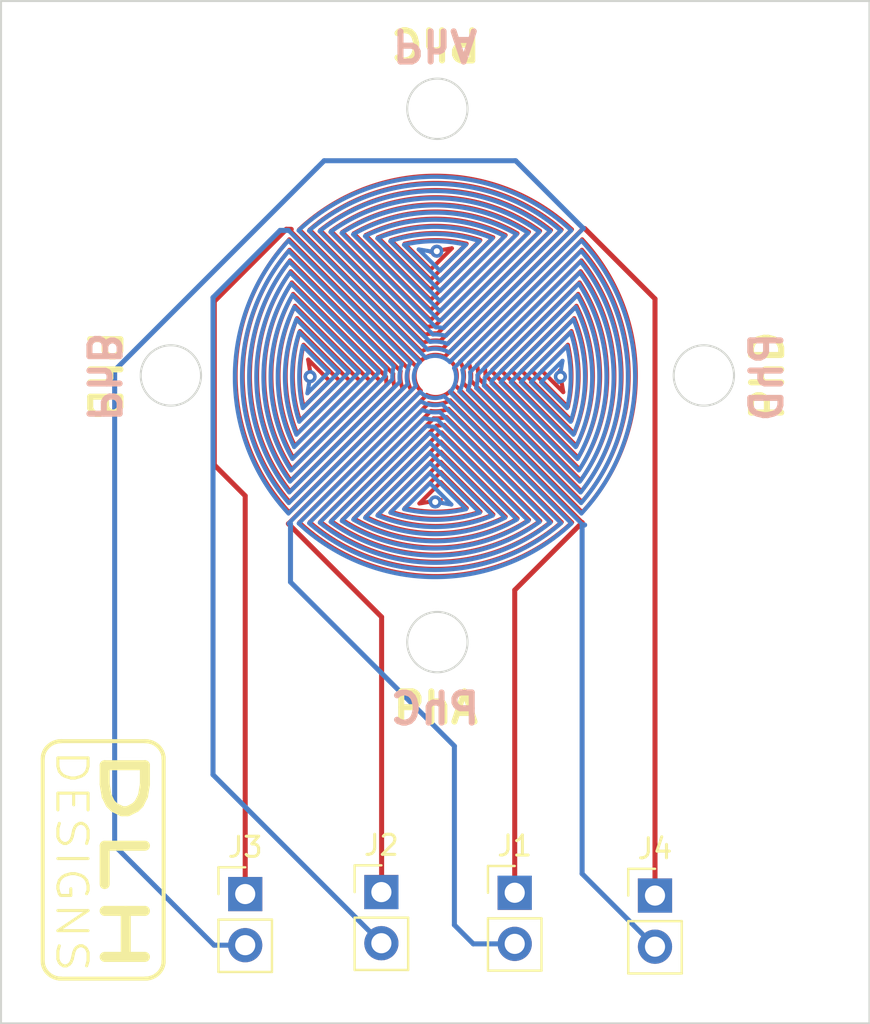
<source format=kicad_pcb>
(kicad_pcb (version 20221018) (generator pcbnew)
  (layers (0 "F.Cu" signal) (31 "B.Cu" signal) (34 "B.Paste" user) (35 "F.Paste" user) (36 "B.SilkS" user "B.Silkscreen") (37 "F.SilkS" user "F.Silkscreen") (38 "B.Mask" user) (39 "F.Mask" user) (44 "Edge.Cuts" user))
  (net 0 "")
  (net 1 "/2 PhA")
  (net 2 "/2 PhB")
  (net 3 "/2 PhC")
  (net 4 "/2 PhD")
  (footprint "Connector_PinHeader_2.54mm:PinHeader_1x02_P2.54mm_Vertical" (layer "F.Cu") (at 37.986052 76.188129)
    (fp_text reference "J3" (at 0 -2.33) (layer "F.SilkS"))
    (fp_text value "PhC")
    (pad "1" thru_hole rect (at 0 0) (size 1.7 1.7) (drill 1) (layers "*.Cu" "*.Mask") (net 3 "/2 PhC"))
    (pad "2" thru_hole oval (at 0 2.54) (size 1.7 1.7) (drill 1) (layers "*.Cu" "*.Mask") (net 3 "/2 PhC"))
  )
  (footprint "Connector_PinHeader_2.54mm:PinHeader_1x02_P2.54mm_Vertical" (layer "F.Cu") (at 51.386052 76.123129)
    (fp_text reference "J1" (at 0 -2.33) (layer "F.SilkS"))
    (fp_text value "PhA")
    (pad "1" thru_hole rect (at 0 0) (size 1.7 1.7) (drill 1) (layers "*.Cu" "*.Mask") (net 1 "/2 PhA"))
    (pad "2" thru_hole oval (at 0 2.54) (size 1.7 1.7) (drill 1) (layers "*.Cu" "*.Mask") (net 1 "/2 PhA"))
  )
  (footprint "Connector_PinHeader_2.54mm:PinHeader_1x02_P2.54mm_Vertical" (layer "F.Cu") (at 44.756885 76.090187)
    (fp_text reference "J2" (at 0 -2.33) (layer "F.SilkS"))
    (fp_text value "PhB")
    (pad "1" thru_hole rect (at 0 0) (size 1.7 1.7) (drill 1) (layers "*.Cu" "*.Mask") (net 2 "/2 PhB"))
    (pad "2" thru_hole oval (at 0 2.54) (size 1.7 1.7) (drill 1) (layers "*.Cu" "*.Mask") (net 2 "/2 PhB"))
  )
  (footprint "Connector_PinHeader_2.54mm:PinHeader_1x02_P2.54mm_Vertical" (layer "F.Cu") (at 58.361052 76.263129)
    (fp_text reference "J4" (at 0 -2.33) (layer "F.SilkS"))
    (fp_text value "PhD")
    (pad "1" thru_hole rect (at 0 0) (size 1.7 1.7) (drill 1) (layers "*.Cu" "*.Mask") (net 4 "/2 PhD"))
    (pad "2" thru_hole oval (at 0 2.54) (size 1.7 1.7) (drill 1) (layers "*.Cu" "*.Mask") (net 4 "/2 PhD"))
  )
  (gr_line (start 33.719297 68.909507) (end 33.746787 68.942701) (stroke (width 0.198742)) (layer "F.SilkS"))
  (gr_line (start 33.522498 80.240933) (end 33.48493 80.26379) (stroke (width 0.198742)) (layer "F.SilkS"))
  (gr_line (start 33.62738 80.16273) (end 33.593781 80.19035) (stroke (width 0.198742)) (layer "F.SilkS"))
  (gr_line (start 28.255222 68.790394) (end 28.290202 68.76431) (stroke (width 0.198742)) (layer "F.SilkS"))
  (gr_line (start 28.076401 68.977151) (end 28.102214 68.942702) (stroke (width 0.198742)) (layer "F.SilkS"))
  (gr_line (start 27.918262 69.46844) (end 27.918262 69.46844) (stroke (width 0.198742)) (layer "F.SilkS"))
  (gr_line (start 33.930741 69.468441) (end 33.930741 69.468441) (stroke (width 0.198742)) (layer "F.SilkS"))
  (gr_line (start 28.568863 80.351496) (end 28.525838 80.337682) (stroke (width 0.198742)) (layer "F.SilkS"))
  (gr_line (start 33.323165 80.337682) (end 33.280139 80.351496) (stroke (width 0.198742)) (layer "F.SilkS"))
  (gr_line (start 28.844209 68.589744) (end 33.004792 68.589745) (stroke (width 0.198742)) (layer "F.SilkS"))
  (gr_line (start 27.991028 79.854331) (end 27.974451 79.81443) (stroke (width 0.198742)) (layer "F.SilkS"))
  (gr_line (start 28.364073 80.263788) (end 28.326504 80.240933) (stroke (width 0.198742)) (layer "F.SilkS"))
  (gr_line (start 33.796686 69.012804) (end 33.818983 69.0496) (stroke (width 0.198742)) (layer "F.SilkS"))
  (gr_line (start 33.796688 79.967938) (end 33.772602 80.00359) (stroke (width 0.198742)) (layer "F.SilkS"))
  (gr_line (start 33.004792 68.589745) (end 33.052441 68.590887) (stroke (width 0.198742)) (layer "F.SilkS"))
  (gr_line (start 33.236203 68.617407) (end 33.280142 68.629246) (stroke (width 0.198742)) (layer "F.SilkS"))
  (gr_line (start 28.255221 80.190348) (end 28.221626 80.162732) (stroke (width 0.198742)) (layer "F.SilkS"))
  (gr_line (start 28.009571 79.893256) (end 27.991028 79.854331) (stroke (width 0.198742)) (layer "F.SilkS"))
  (gr_line (start 27.937075 69.291354) (end 27.947413 69.248841) (stroke (width 0.198742)) (layer "F.SilkS"))
  (gr_line (start 33.558802 68.764309) (end 33.59378 68.790395) (stroke (width 0.198742)) (layer "F.SilkS"))
  (gr_line (start 33.446153 68.695798) (end 33.48493 68.716956) (stroke (width 0.198742)) (layer "F.SilkS"))
  (gr_line (start 27.918265 79.512301) (end 27.918265 79.512301) (stroke (width 0.198742)) (layer "F.SilkS"))
  (gr_line (start 33.48493 68.716956) (end 33.522499 68.739812) (stroke (width 0.198742)) (layer "F.SilkS"))
  (gr_line (start 27.919468 69.423223) (end 27.923042 69.378599) (stroke (width 0.198742)) (layer "F.SilkS"))
  (gr_line (start 33.558802 80.216435) (end 33.522498 80.240933) (stroke (width 0.198742)) (layer "F.SilkS"))
  (gr_line (start 33.930741 69.468441) (end 33.930741 69.468441) (stroke (width 0.198742)) (layer "F.SilkS"))
  (gr_line (start 33.901588 69.248842) (end 33.911929 69.291352) (stroke (width 0.198742)) (layer "F.SilkS"))
  (gr_line (start 33.83943 69.087488) (end 33.857972 69.126412) (stroke (width 0.198742)) (layer "F.SilkS"))
  (gr_line (start 33.004792 80.391) (end 33.004792 80.391) (stroke (width 0.198742)) (layer "F.SilkS"))
  (gr_line (start 33.593781 80.19035) (end 33.558802 80.216435) (stroke (width 0.198742)) (layer "F.SilkS"))
  (gr_line (start 27.928933 69.334624) (end 27.937075 69.291354) (stroke (width 0.198742)) (layer "F.SilkS"))
  (gr_line (start 33.839431 79.893255) (end 33.818983 79.931141) (stroke (width 0.198742)) (layer "F.SilkS"))
  (gr_line (start 33.857974 79.854332) (end 33.839431 79.893255) (stroke (width 0.198742)) (layer "F.SilkS"))
  (gr_line (start 28.844209 68.589744) (end 28.844209 68.589744) (stroke (width 0.198742)) (layer "F.SilkS"))
  (gr_line (start 33.920071 69.334624) (end 33.925958 69.3786) (stroke (width 0.198742)) (layer "F.SilkS"))
  (gr_line (start 33.365215 68.658795) (end 33.406229 68.676394) (stroke (width 0.198742)) (layer "F.SilkS"))
  (gr_line (start 28.483789 68.658794) (end 28.525839 68.643062) (stroke (width 0.198742)) (layer "F.SilkS"))
  (gr_line (start 28.442771 80.304352) (end 28.402848 80.284947) (stroke (width 0.198742)) (layer "F.SilkS"))
  (gr_line (start 27.974451 79.81443) (end 27.95989 79.773603) (stroke (width 0.198742)) (layer "F.SilkS"))
  (gr_line (start 27.923045 79.602142) (end 27.919467 79.55752) (stroke (width 0.198742)) (layer "F.SilkS"))
  (gr_line (start 33.690197 80.103122) (end 33.659535 80.133637) (stroke (width 0.198742)) (layer "F.SilkS"))
  (gr_line (start 33.323165 68.643063) (end 33.365215 68.658795) (stroke (width 0.198742)) (layer "F.SilkS"))
  (gr_line (start 28.221626 80.162732) (end 28.189468 80.133635) (stroke (width 0.198742)) (layer "F.SilkS"))
  (gr_line (start 33.889112 79.773601) (end 33.874554 79.81443) (stroke (width 0.198742)) (layer "F.SilkS"))
  (gr_line (start 28.052316 79.967939) (end 28.030019 79.931142) (stroke (width 0.198742)) (layer "F.SilkS"))
  (gr_line (start 27.974449 69.166314) (end 27.991029 69.126412) (stroke (width 0.198742)) (layer "F.SilkS"))
  (gr_line (start 27.937074 79.689391) (end 27.928931 79.64612) (stroke (width 0.198742)) (layer "F.SilkS"))
  (gr_line (start 28.442772 68.676394) (end 28.483789 68.658794) (stroke (width 0.198742)) (layer "F.SilkS"))
  (gr_line (start 33.911928 79.689391) (end 33.901587 79.731903) (stroke (width 0.198742)) (layer "F.SilkS"))
  (gr_line (start 28.657598 68.607596) (end 28.703197 68.599869) (stroke (width 0.198742)) (layer "F.SilkS"))
  (gr_line (start 33.052441 68.590887) (end 33.099465 68.594279) (stroke (width 0.198742)) (layer "F.SilkS"))
  (gr_line (start 27.991029 69.126412) (end 28.009573 69.08749) (stroke (width 0.198742)) (layer "F.SilkS"))
  (gr_line (start 33.522499 68.739812) (end 33.558802 68.764309) (stroke (width 0.198742)) (layer "F.SilkS"))
  (gr_line (start 28.483788 80.321949) (end 28.442771 80.304352) (stroke (width 0.198742)) (layer "F.SilkS"))
  (gr_line (start 33.280139 80.351496) (end 33.236201 80.363337) (stroke (width 0.198742)) (layer "F.SilkS"))
  (gr_line (start 33.59378 68.790395) (end 33.627378 68.818014) (stroke (width 0.198742)) (layer "F.SilkS"))
  (gr_line (start 28.796561 80.389857) (end 28.749536 80.386463) (stroke (width 0.198742)) (layer "F.SilkS"))
  (gr_line (start 28.189468 80.133635) (end 28.158808 80.10312) (stroke (width 0.198742)) (layer "F.SilkS"))
  (gr_line (start 33.929534 69.423224) (end 33.930741 69.468441) (stroke (width 0.198742)) (layer "F.SilkS"))
  (gr_line (start 33.925958 69.3786) (end 33.929534 69.423224) (stroke (width 0.198742)) (layer "F.SilkS"))
  (gr_line (start 33.365212 80.321949) (end 33.323165 80.337682) (stroke (width 0.198742)) (layer "F.SilkS"))
  (gr_line (start 28.703197 68.599869) (end 28.749537 68.594281) (stroke (width 0.198742)) (layer "F.SilkS"))
  (gr_line (start 28.612804 68.617406) (end 28.657598 68.607596) (stroke (width 0.198742)) (layer "F.SilkS"))
  (gr_line (start 33.929534 79.55752) (end 33.925959 79.602144) (stroke (width 0.198742)) (layer "F.SilkS"))
  (gr_line (start 28.6576 80.37315) (end 28.612801 80.363336) (stroke (width 0.198742)) (layer "F.SilkS"))
  (gr_line (start 33.746788 80.038042) (end 33.719299 80.071235) (stroke (width 0.198742)) (layer "F.SilkS"))
  (gr_line (start 28.402848 68.695797) (end 28.442772 68.676394) (stroke (width 0.198742)) (layer "F.SilkS"))
  (gr_line (start 33.901587 79.731903) (end 33.889112 79.773601) (stroke (width 0.198742)) (layer "F.SilkS"))
  (gr_line (start 33.191405 68.607596) (end 33.236203 68.617407) (stroke (width 0.198742)) (layer "F.SilkS"))
  (gr_line (start 33.93074 79.5123) (end 33.93074 79.5123) (stroke (width 0.198742)) (layer "F.SilkS"))
  (gr_line (start 33.92007 79.64612) (end 33.911928 79.689391) (stroke (width 0.198742)) (layer "F.SilkS"))
  (gr_line (start 33.659535 80.133637) (end 33.62738 80.16273) (stroke (width 0.198742)) (layer "F.SilkS"))
  (gr_line (start 28.129705 80.071236) (end 28.102213 80.038043) (stroke (width 0.198742)) (layer "F.SilkS"))
  (gr_line (start 28.158808 80.10312) (end 28.129705 80.071236) (stroke (width 0.198742)) (layer "F.SilkS"))
  (gr_line (start 33.446153 80.284946) (end 33.406229 80.30435) (stroke (width 0.198742)) (layer "F.SilkS"))
  (gr_line (start 33.874554 69.166315) (end 33.889111 69.207142) (stroke (width 0.198742)) (layer "F.SilkS"))
  (gr_line (start 28.749537 68.594281) (end 28.796561 68.590887) (stroke (width 0.198742)) (layer "F.SilkS"))
  (gr_line (start 28.221624 68.818011) (end 28.255222 68.790394) (stroke (width 0.198742)) (layer "F.SilkS"))
  (gr_line (start 33.930741 69.468441) (end 33.93074 79.5123) (stroke (width 0.198742)) (layer "F.SilkS"))
  (gr_line (start 33.746787 68.942701) (end 33.772601 68.977152) (stroke (width 0.198742)) (layer "F.SilkS"))
  (gr_line (start 33.236201 80.363337) (end 33.191406 80.373151) (stroke (width 0.198742)) (layer "F.SilkS"))
  (gr_line (start 28.030018 69.049602) (end 28.052316 69.012804) (stroke (width 0.198742)) (layer "F.SilkS"))
  (gr_line (start 27.928931 79.64612) (end 27.923045 79.602142) (stroke (width 0.198742)) (layer "F.SilkS"))
  (gr_line (start 28.030019 79.931142) (end 28.009571 79.893256) (stroke (width 0.198742)) (layer "F.SilkS"))
  (gr_line (start 27.95989 69.207144) (end 27.974449 69.166314) (stroke (width 0.198742)) (layer "F.SilkS"))
  (gr_line (start 27.918262 69.46844) (end 27.919468 69.423223) (stroke (width 0.198742)) (layer "F.SilkS"))
  (gr_line (start 27.918265 79.512301) (end 27.918262 69.46844) (stroke (width 0.198742)) (layer "F.SilkS"))
  (gr_line (start 28.290202 68.76431) (end 28.326503 68.739811) (stroke (width 0.198742)) (layer "F.SilkS"))
  (gr_line (start 33.874554 79.81443) (end 33.857974 79.854332) (stroke (width 0.198742)) (layer "F.SilkS"))
  (gr_line (start 28.189467 68.847107) (end 28.221624 68.818011) (stroke (width 0.198742)) (layer "F.SilkS"))
  (gr_line (start 28.568862 68.629247) (end 28.612804 68.617406) (stroke (width 0.198742)) (layer "F.SilkS"))
  (gr_line (start 33.93074 79.5123) (end 33.929534 79.55752) (stroke (width 0.198742)) (layer "F.SilkS"))
  (gr_line (start 33.052441 80.389857) (end 33.004792 80.391) (stroke (width 0.198742)) (layer "F.SilkS"))
  (gr_line (start 33.772602 80.00359) (end 33.746788 80.038042) (stroke (width 0.198742)) (layer "F.SilkS"))
  (gr_line (start 27.947414 79.731903) (end 27.937074 79.689391) (stroke (width 0.198742)) (layer "F.SilkS"))
  (gr_line (start 33.099465 68.594279) (end 33.145804 68.599865) (stroke (width 0.198742)) (layer "F.SilkS"))
  (gr_line (start 33.818983 79.931141) (end 33.796688 79.967938) (stroke (width 0.198742)) (layer "F.SilkS"))
  (gr_line (start 28.796561 68.590887) (end 28.844209 68.589744) (stroke (width 0.198742)) (layer "F.SilkS"))
  (gr_line (start 28.102213 80.038043) (end 28.076401 80.00359) (stroke (width 0.198742)) (layer "F.SilkS"))
  (gr_line (start 28.844209 80.391) (end 28.796561 80.389857) (stroke (width 0.198742)) (layer "F.SilkS"))
  (gr_line (start 28.703198 80.380876) (end 28.6576 80.37315) (stroke (width 0.198742)) (layer "F.SilkS"))
  (gr_line (start 28.402848 80.284947) (end 28.364073 80.263788) (stroke (width 0.198742)) (layer "F.SilkS"))
  (gr_line (start 28.326503 68.739811) (end 28.364072 68.716955) (stroke (width 0.198742)) (layer "F.SilkS"))
  (gr_line (start 33.145806 80.380878) (end 33.099465 80.386465) (stroke (width 0.198742)) (layer "F.SilkS"))
  (gr_line (start 28.102214 68.942702) (end 28.129702 68.909508) (stroke (width 0.198742)) (layer "F.SilkS"))
  (gr_line (start 33.889111 69.207142) (end 33.901588 69.248842) (stroke (width 0.198742)) (layer "F.SilkS"))
  (gr_line (start 28.326504 80.240933) (end 28.290202 80.216436) (stroke (width 0.198742)) (layer "F.SilkS"))
  (gr_line (start 33.627378 68.818014) (end 33.659535 68.847109) (stroke (width 0.198742)) (layer "F.SilkS"))
  (gr_line (start 27.923042 69.378599) (end 27.928933 69.334624) (stroke (width 0.198742)) (layer "F.SilkS"))
  (gr_line (start 33.690197 68.877624) (end 33.719297 68.909507) (stroke (width 0.198742)) (layer "F.SilkS"))
  (gr_line (start 28.009573 69.08749) (end 28.030018 69.049602) (stroke (width 0.198742)) (layer "F.SilkS"))
  (gr_line (start 27.919467 79.55752) (end 27.918265 79.512301) (stroke (width 0.198742)) (layer "F.SilkS"))
  (gr_line (start 27.947413 69.248841) (end 27.95989 69.207144) (stroke (width 0.198742)) (layer "F.SilkS"))
  (gr_line (start 28.364072 68.716955) (end 28.402848 68.695797) (stroke (width 0.198742)) (layer "F.SilkS"))
  (gr_line (start 33.659535 68.847109) (end 33.690197 68.877624) (stroke (width 0.198742)) (layer "F.SilkS"))
  (gr_line (start 28.749536 80.386463) (end 28.703198 80.380876) (stroke (width 0.198742)) (layer "F.SilkS"))
  (gr_line (start 33.145804 68.599865) (end 33.191405 68.607596) (stroke (width 0.198742)) (layer "F.SilkS"))
  (gr_line (start 28.076401 80.00359) (end 28.052316 79.967939) (stroke (width 0.198742)) (layer "F.SilkS"))
  (gr_line (start 33.004792 68.589745) (end 33.004792 68.589745) (stroke (width 0.198742)) (layer "F.SilkS"))
  (gr_line (start 33.818983 69.0496) (end 33.83943 69.087488) (stroke (width 0.198742)) (layer "F.SilkS"))
  (gr_line (start 33.191406 80.373151) (end 33.145806 80.380878) (stroke (width 0.198742)) (layer "F.SilkS"))
  (gr_line (start 28.129702 68.909508) (end 28.158806 68.877625) (stroke (width 0.198742)) (layer "F.SilkS"))
  (gr_line (start 28.525839 68.643062) (end 28.568862 68.629247) (stroke (width 0.198742)) (layer "F.SilkS"))
  (gr_line (start 28.612801 80.363336) (end 28.568863 80.351496) (stroke (width 0.198742)) (layer "F.SilkS"))
  (gr_line (start 33.099465 80.386465) (end 33.052441 80.389857) (stroke (width 0.198742)) (layer "F.SilkS"))
  (gr_line (start 28.844209 80.391) (end 28.844209 80.391) (stroke (width 0.198742)) (layer "F.SilkS"))
  (gr_line (start 33.48493 80.26379) (end 33.446153 80.284946) (stroke (width 0.198742)) (layer "F.SilkS"))
  (gr_line (start 27.95989 79.773603) (end 27.947414 79.731903) (stroke (width 0.198742)) (layer "F.SilkS"))
  (gr_line (start 28.158806 68.877625) (end 28.189467 68.847107) (stroke (width 0.198742)) (layer "F.SilkS"))
  (gr_line (start 33.772601 68.977152) (end 33.796686 69.012804) (stroke (width 0.198742)) (layer "F.SilkS"))
  (gr_line (start 28.052316 69.012804) (end 28.076401 68.977151) (stroke (width 0.198742)) (layer "F.SilkS"))
  (gr_line (start 33.719299 80.071235) (end 33.690197 80.103122) (stroke (width 0.198742)) (layer "F.SilkS"))
  (gr_line (start 33.406229 68.676394) (end 33.446153 68.695798) (stroke (width 0.198742)) (layer "F.SilkS"))
  (gr_line (start 33.857972 69.126412) (end 33.874554 69.166315) (stroke (width 0.198742)) (layer "F.SilkS"))
  (gr_line (start 28.290202 80.216436) (end 28.255221 80.190348) (stroke (width 0.198742)) (layer "F.SilkS"))
  (gr_line (start 28.525838 80.337682) (end 28.483788 80.321949) (stroke (width 0.198742)) (layer "F.SilkS"))
  (gr_line (start 33.280142 68.629246) (end 33.323165 68.643063) (stroke (width 0.198742)) (layer "F.SilkS"))
  (gr_line (start 33.406229 80.30435) (end 33.365212 80.321949) (stroke (width 0.198742)) (layer "F.SilkS"))
  (gr_line (start 33.925959 79.602144) (end 33.92007 79.64612) (stroke (width 0.198742)) (layer "F.SilkS"))
  (gr_line (start 33.911929 69.291352) (end 33.920071 69.334624) (stroke (width 0.198742)) (layer "F.SilkS"))
  (gr_line (start 33.004792 80.391) (end 28.844209 80.391) (stroke (width 0.198742)) (layer "F.SilkS"))
  (gr_circle (center 60.790001 50.419) (end 61.85066 51.47966) (stroke (width 0.1)) (fill none) (layer "Edge.Cuts"))
  (gr_circle (center 47.540001 63.669001) (end 48.600661 64.729661) (stroke (width 0.1)) (fill none) (layer "Edge.Cuts"))
  (gr_circle (center 34.29 50.419) (end 35.350661 51.47966) (stroke (width 0.1)) (fill none) (layer "Edge.Cuts"))
  (gr_rect (start 25.8445 31.8135) (end 69.0245 82.6135) (stroke (width 0.1)) (fill none) (layer "Edge.Cuts"))
  (gr_circle (center 47.540001 37.169) (end 48.600661 38.22966) (stroke (width 0.1)) (fill none) (layer "Edge.Cuts"))
  (gr_text "PhD" (at 63.920163 50.497509 90) (layer "B.SilkS") (effects (font (size 1.5 1.5) (thickness 0.3)) (justify mirror)))
  (gr_text "PhA" (at 47.420164 33.99751 180) (layer "B.SilkS") (effects (font (size 1.5 1.5) (thickness 0.3)) (justify mirror)))
  (gr_text "PhB" (at 30.920162 50.497511 270) (layer "B.SilkS") (effects (font (size 1.5 1.5) (thickness 0.3)) (justify mirror)))
  (gr_text "PhC" (at 47.427171 66.991723) (layer "B.SilkS") (effects (font (size 1.5 1.5) (thickness 0.3)) (justify mirror)))
  (gr_text "DESIGNS" (at 29.35874 74.548441 -90) (layer "F.SilkS") (effects (font (size 1.5 1.75))))
  (gr_text "PhD" (at 63.957934 50.438642 -270) (layer "F.SilkS") (effects (font (size 1.5 1.5) (thickness 0.3))))
  (gr_text "PhA" (at 47.457934 66.938642) (layer "F.SilkS") (effects (font (size 1.5 1.5) (thickness 0.3))))
  (gr_text "PhB" (at 30.957934 50.438642 -90) (layer "F.SilkS") (effects (font (size 1.5 1.5) (thickness 0.3))))
  (gr_text "DLH" (at 31.898741 74.548441 -90) (layer "F.SilkS") (effects (font (size 2 4) (thickness 0.5))))
  (gr_text "PhC" (at 47.451961 33.944431 -180) (layer "F.SilkS") (effects (font (size 1.5 1.5) (thickness 0.3))))
  (segment (start 47.709381 54.21035) (end 44.593103 57.326628) (width 0.2032) (layer "F.Cu") (net 1))
  (segment (start 53.192144 57.681534) (end 47.99707 52.486461) (width 0.2032) (layer "F.Cu") (net 1))
  (segment (start 52.651896 57.64418) (end 47.882792 52.875077) (width 0.2032) (layer "F.Cu") (net 1))
  (segment (start 47.709382 55.719033) (end 46.648075 56.780341) (width 0.2032) (layer "F.Cu") (net 1))
  (segment (start 52.097522 57.592701) (end 47.756467 53.251646) (width 0.2032) (layer "F.Cu") (net 1))
  (segment (start 47.010192 51.389278) (end 40.67873 57.720741) (width 0.2032) (layer "F.Cu") (net 1))
  (segment (start 48.999395 57.009046) (end 47.709382 55.719033) (width 0.2032) (layer "F.Cu") (net 1))
  (segment (start 47.709381 53.707455) (end 43.979387 57.43745) (width 0.2032) (layer "F.Cu") (net 1))
  (segment (start 51.526717 57.524792) (end 47.709381 53.707455) (width 0.2032) (layer "F.Cu") (net 1))
  (segment (start 54.744528 57.725236) (end 48.200963 51.181669) (width 0.2032) (layer "F.Cu") (net 1))
  (segment (start 47.102879 51.799486) (end 41.195795 57.70657) (width 0.2032) (layer "F.Cu") (net 1))
  (segment (start 47.499556 52.911491) (end 42.818348 57.592701) (width 0.2032) (layer "F.Cu") (net 1))
  (segment (start 47.354443 52.553711) (end 42.263973 57.644181) (width 0.2032) (layer "F.Cu") (net 1))
  (segment (start 51.386052 76.123129) (end 51.386052 61.083712) (width 0.25) (layer "F.Cu") (net 1))
  (segment (start 54.237139 57.720741) (end 48.168649 51.652251) (width 0.2032) (layer "F.Cu") (net 1))
  (segment (start 53.720073 57.70657) (end 48.094961 52.081458) (width 0.2032) (layer "F.Cu") (net 1))
  (segment (start 51.386052 61.083712) (end 54.744528 57.725236) (width 0.25) (layer "F.Cu") (net 1))
  (segment (start 50.936481 57.437449) (end 47.709381 54.21035) (width 0.2032) (layer "F.Cu") (net 1))
  (segment (start 47.220665 52.184595) (end 41.723726 57.681534) (width 0.2032) (layer "F.Cu") (net 1))
  (segment (start 50.322765 57.326628) (end 47.709382 54.713244) (width 0.2032) (layer "F.Cu") (net 1))
  (segment (start 47.653252 53.260691) (end 43.389151 57.524792) (width 0.2032) (layer "F.Cu") (net 1))
  (segment (start 46.648075 56.780341) (end 47.709382 56.602458) (width 0.2032) (layer "F.Cu") (net 1))
  (segment (start 49.679881 57.186638) (end 47.709382 55.216138) (width 0.2032) (layer "F.Cu") (net 1))
  (segment (start 47.709382 54.713244) (end 45.235987 57.186639) (width 0.2032) (layer "F.Cu") (net 1))
  (segment (start 47.709382 55.216138) (end 45.916474 57.009045) (width 0.2032) (layer "F.Cu") (net 1))
  (via (at 47.4345 56.7055) (size 0.65) (drill 0.3) (layers "F.Cu" "B.Cu") (net 1))
  (arc (start 45.235987 57.186639) (mid 47.457934 57.543042) (end 49.679881 57.186638) (width 0.2032) (layer "F.Cu") (net 1))
  (arc (start 47.882792 52.875077) (mid 47.691884 52.900753) (end 47.499556 52.911491) (width 0.2032) (layer "F.Cu") (net 1))
  (arc (start 42.818348 57.592701) (mid 47.457934 58.965442) (end 52.097522 57.592701) (width 0.2032) (layer "F.Cu") (net 1))
  (arc (start 43.979387 57.43745) (mid 47.457934 58.254243) (end 50.936481 57.437449) (width 0.2032) (layer "F.Cu") (net 1))
  (arc (start 42.263973 57.644181) (mid 47.457935 59.321042) (end 52.651896 57.64418) (width 0.2032) (layer "F.Cu") (net 1))
  (arc (start 45.916474 57.009045) (mid 47.457935 57.187441) (end 48.999395 57.009046) (width 0.2032) (layer "F.Cu") (net 1))
  (arc (start 43.389151 57.524792) (mid 47.457934 58.609842) (end 51.526717 57.524792) (width 0.2032) (layer "F.Cu") (net 1))
  (arc (start 48.200963 51.181669) (mid 47.638417 51.473826) (end 47.010192 51.389278) (width 0.2032) (layer "F.Cu") (net 1))
  (arc (start 40.67873 57.720741) (mid 47.457935 60.387842) (end 54.237139 57.720741) (width 0.2032) (layer "F.Cu") (net 1))
  (arc (start 48.168649 51.652251) (mid 47.6504 51.831809) (end 47.102879 51.799486) (width 0.2032) (layer "F.Cu") (net 1))
  (arc (start 47.99707 52.486461) (mid 47.678338 52.544741) (end 47.354443 52.553711) (width 0.2032) (layer "F.Cu") (net 1))
  (arc (start 48.094961 52.081458) (mid 47.664358 52.188508) (end 47.220665 52.184595) (width 0.2032) (layer "F.Cu") (net 1))
  (arc (start 41.195795 57.70657) (mid 47.457934 60.032242) (end 53.720073 57.70657) (width 0.2032) (layer "F.Cu") (net 1))
  (arc (start 41.723726 57.681534) (mid 47.457935 59.676641) (end 53.192144 57.681534) (width 0.2032) (layer "F.Cu") (net 1))
  (arc (start 47.756467 53.251646) (mid 47.704901 53.256641) (end 47.653252 53.260691) (width 0.2032) (layer "F.Cu") (net 1))
  (arc (start 44.593103 57.326628) (mid 47.457934 57.898642) (end 50.322765 57.326628) (width 0.2032) (layer "F.Cu") (net 1))
  (segment (start 40.237477 60.684477) (end 40.237477 57.778317) (width 0.25) (layer "B.Cu") (net 1))
  (segment (start 47.874911 51.442357) (end 54.206373 57.773819) (width 0.2032) (layer "B.Cu") (net 1))
  (segment (start 48.387 77.724) (end 48.387 68.834) (width 0.25) (layer "B.Cu") (net 1))
  (segment (start 40.140575 57.778317) (end 46.684141 51.234749) (width 0.2032) (layer "B.Cu") (net 1))
  (segment (start 41.165029 57.759648) (end 46.790146 52.134538) (width 0.2032) (layer "B.Cu") (net 1))
  (segment (start 44.562338 57.37971) (end 47.175721 54.766323) (width 0.2032) (layer "B.Cu") (net 1))
  (segment (start 49.326129 78.663129) (end 48.387 77.724) (width 0.25) (layer "B.Cu") (net 1))
  (segment (start 47.782223 51.852562) (end 53.689307 57.75965) (width 0.2032) (layer "B.Cu") (net 1))
  (segment (start 45.205221 57.239716) (end 47.175719 55.269219) (width 0.2032) (layer "B.Cu") (net 1))
  (segment (start 47.385547 52.964573) (end 52.066754 57.645783) (width 0.2032) (layer "B.Cu") (net 1))
  (segment (start 42.787583 57.645781) (end 47.128637 53.304722) (width 0.2032) (layer "B.Cu") (net 1))
  (segment (start 47.175719 55.269219) (end 48.968632 57.062126) (width 0.2032) (layer "B.Cu") (net 1))
  (segment (start 48.387 68.834) (end 40.237477 60.684477) (width 0.25) (layer "B.Cu") (net 1))
  (segment (start 40.647965 57.773818) (end 46.716456 51.705332) (width 0.2032) (layer "B.Cu") (net 1))
  (segment (start 47.175719 55.77211) (end 48.237026 56.83342) (width 0.2032) (layer "B.Cu") (net 1))
  (segment (start 45.885707 57.062128) (end 47.175719 55.77211) (width 0.2032) (layer "B.Cu") (net 1))
  (segment (start 43.948621 57.490531) (end 47.175724 54.263429) (width 0.2032) (layer "B.Cu") (net 1))
  (segment (start 48.237026 56.83342) (end 47.17572 56.655538) (width 0.2032) (layer "B.Cu") (net 1))
  (segment (start 47.175724 54.263429) (end 50.292 57.379711) (width 0.2032) (layer "B.Cu") (net 1))
  (segment (start 47.66444 52.237676) (end 53.161379 57.734613) (width 0.2032) (layer "B.Cu") (net 1))
  (segment (start 47.175723 53.760536) (end 50.905716 57.490531) (width 0.2032) (layer "B.Cu") (net 1))
  (segment (start 51.386052 78.663129) (end 49.326129 78.663129) (width 0.25) (layer "B.Cu") (net 1))
  (segment (start 43.358385 57.577872) (end 47.175723 53.760536) (width 0.2032) (layer "B.Cu") (net 1))
  (segment (start 47.175721 54.766323) (end 49.649117 57.239719) (width 0.2032) (layer "B.Cu") (net 1))
  (segment (start 47.530662 52.606793) (end 52.621132 57.697261) (width 0.2032) (layer "B.Cu") (net 1))
  (segment (start 47.231851 53.31377) (end 51.495952 57.57787) (width 0.2032) (layer "B.Cu") (net 1))
  (segment (start 41.692958 57.734617) (end 46.888032 52.53954) (width 0.2032) (layer "B.Cu") (net 1))
  (segment (start 42.233207 57.697264) (end 47.002309 52.928154) (width 0.2032) (layer "B.Cu") (net 1))
  (arc (start 46.716456 51.705332) (mid 47.2347 51.88489) (end 47.782223 51.852562) (width 0.2032) (layer "B.Cu") (net 1))
  (arc (start 52.066754 57.645783) (mid 47.427173 59.01852) (end 42.787583 57.645781) (width 0.2032) (layer "B.Cu") (net 1))
  (arc (start 49.649117 57.239719) (mid 47.427168 57.596121) (end 45.205221 57.239716) (width 0.2032) (layer "B.Cu") (net 1))
  (arc (start 50.292 57.379711) (mid 47.427167 57.951722) (end 44.562338 57.37971) (width 0.2032) (layer "B.Cu") (net 1))
  (arc (start 46.790146 52.134538) (mid 47.220748 52.241587) (end 47.66444 52.237676) (width 0.2032) (layer "B.Cu") (net 1))
  (arc (start 47.128637 53.304722) (mid 47.180204 53.309719) (end 47.231851 53.31377) (width 0.2032) (layer "B.Cu") (net 1))
  (arc (start 47.002309 52.928154) (mid 47.193219 52.953832) (end 47.385547 52.964573) (width 0.2032) (layer "B.Cu") (net 1))
  (arc (start 50.905716 57.490531) (mid 47.427169 58.307324) (end 43.948621 57.490531) (width 0.2032) (layer "B.Cu") (net 1))
  (arc (start 52.621132 57.697261) (mid 47.427169 59.374118) (end 42.233207 57.697264) (width 0.2032) (layer "B.Cu") (net 1))
  (arc (start 46.684141 51.234749) (mid 47.246689 51.526907) (end 47.874911 51.442357) (width 0.2032) (layer "B.Cu") (net 1))
  (arc (start 53.689307 57.75965) (mid 47.427169 60.085325) (end 41.165029 57.759648) (width 0.2032) (layer "B.Cu") (net 1))
  (arc (start 48.968632 57.062126) (mid 47.427168 57.240521) (end 45.885707 57.062128) (width 0.2032) (layer "B.Cu") (net 1))
  (arc (start 53.161379 57.734613) (mid 47.427167 59.729725) (end 41.692958 57.734617) (width 0.2032) (layer "B.Cu") (net 1))
  (arc (start 51.495952 57.57787) (mid 47.427172 58.662922) (end 43.358385 57.577872) (width 0.2032) (layer "B.Cu") (net 1))
  (arc (start 54.206373 57.773819) (mid 47.427172 60.440923) (end 40.647965 57.773818) (width 0.2032) (layer "B.Cu") (net 1))
  (arc (start 46.888032 52.53954) (mid 47.206766 52.597823) (end 47.530662 52.606793) (width 0.2032) (layer "B.Cu") (net 1))
  (segment (start 45.342865 50.33515) (end 40.252395 45.24468) (width 0.2032) (layer "F.Cu") (net 2))
  (segment (start 40.252396 55.632603) (end 45.0215 50.8635) (width 0.2032) (layer "F.Cu") (net 2))
  (segment (start 43.183333 50.690089) (end 40.709938 48.216696) (width 0.2032) (layer "F.Cu") (net 2))
  (segment (start 45.711983 50.201373) (end 40.215042 44.704434) (width 0.2032) (layer "F.Cu") (net 2))
  (segment (start 40.887531 51.980103) (end 42.177544 50.690089) (width 0.2032) (layer "F.Cu") (net 2))
  (segment (start 46.507299 49.990902) (end 40.175836 43.659437) (width 0.2032) (layer "F.Cu") (net 2))
  (segment (start 40.459126 53.917189) (end 43.686227 50.69009) (width 0.2032) (layer "F.Cu") (net 2))
  (segment (start 40.17134 57.725236) (end 46.714907 51.18167) (width 0.2032) (layer "F.Cu") (net 2))
  (segment (start 44.7675 62.4205) (end 40.132 57.785) (width 0.25) (layer "F.Cu") (net 2))
  (segment (start 41.116237 49.628782) (end 41.294118 50.690089) (width 0.2032) (layer "F.Cu") (net 2))
  (segment (start 40.215042 56.172852) (end 45.410116 50.977778) (width 0.2032) (layer "F.Cu") (net 2))
  (segment (start 44.7675 76.073) (end 44.7675 62.4205) (width 0.25) (layer "F.Cu") (net 2))
  (segment (start 44.756885 76.090187) (end 44.756885 76.083615) (width 0.25) (layer "F.Cu") (net 2))
  (segment (start 44.635886 50.633959) (end 40.371785 46.369859) (width 0.2032) (layer "F.Cu") (net 2))
  (segment (start 40.190006 56.700781) (end 45.81512 51.075668) (width 0.2032) (layer "F.Cu") (net 2))
  (segment (start 42.177544 50.690089) (end 41.116237 49.628782) (width 0.2032) (layer "F.Cu") (net 2))
  (segment (start 44.985084 50.480264) (end 40.303876 45.799055) (width 0.2032) (layer "F.Cu") (net 2))
  (segment (start 40.569949 53.303474) (end 43.183333 50.690089) (width 0.2032) (layer "F.Cu") (net 2))
  (segment (start 46.097091 50.083586) (end 40.190007 44.176503) (width 0.2032) (layer "F.Cu") (net 2))
  (segment (start 44.189121 50.690089) (end 40.459127 46.960095) (width 0.2032) (layer "F.Cu") (net 2))
  (segment (start 40.709938 52.660589) (end 42.680438 50.690089) (width 0.2032) (layer "F.Cu") (net 2))
  (segment (start 40.175836 57.217846) (end 46.244326 51.149357) (width 0.2032) (layer "F.Cu") (net 2))
  (segment (start 43.686227 50.69009) (end 40.569949 47.573811) (width 0.2032) (layer "F.Cu") (net 2))
  (segment (start 44.756885 76.083615) (end 44.7675 76.073) (width 0.25) (layer "F.Cu") (net 2))
  (segment (start 40.303876 55.078229) (end 44.644931 50.737174) (width 0.2032) (layer "F.Cu") (net 2))
  (segment (start 40.371785 54.507425) (end 44.189121 50.690089) (width 0.2032) (layer "F.Cu") (net 2))
  (segment (start 42.680438 50.690089) (end 40.887531 48.897181) (width 0.2032) (layer "F.Cu") (net 2))
  (via (at 41.2115 50.4825) (size 0.65) (drill 0.3) (layers "F.Cu" "B.Cu") (net 2))
  (arc (start 40.709938 48.216696) (mid 40.353536 50.438643) (end 40.709938 52.660589) (width 0.2032) (layer "F.Cu") (net 2))
  (arc (start 40.175836 43.659437) (mid 37.508735 50.438642) (end 40.175836 57.217846) (width 0.2032) (layer "F.Cu") (net 2))
  (arc (start 45.81512 51.075668) (mid 45.708068 50.645066) (end 45.711983 50.201373) (width 0.2032) (layer "F.Cu") (net 2))
  (arc (start 40.215042 44.704434) (mid 38.219935 50.438642) (end 40.215042 56.172852) (width 0.2032) (layer "F.Cu") (net 2))
  (arc (start 40.371785 46.369859) (mid 39.286735 50.438641) (end 40.371785 54.507425) (width 0.2032) (layer "F.Cu") (net 2))
  (arc (start 46.244326 51.149357) (mid 46.064767 50.631107) (end 46.097091 50.083586) (width 0.2032) (layer "F.Cu") (net 2))
  (arc (start 40.459127 46.960095) (mid 39.642335 50.438642) (end 40.459126 53.917189) (width 0.2032) (layer "F.Cu") (net 2))
  (arc (start 40.887531 48.897181) (mid 40.709135 50.438642) (end 40.887531 51.980103) (width 0.2032) (layer "F.Cu") (net 2))
  (arc (start 46.714907 51.18167) (mid 46.42275 50.619124) (end 46.507299 49.990902) (width 0.2032) (layer "F.Cu") (net 2))
  (arc (start 44.644931 50.737174) (mid 44.639936 50.685608) (end 44.635886 50.633959) (width 0.2032) (layer "F.Cu") (net 2))
  (arc (start 40.190007 44.176503) (mid 37.864333 50.438642) (end 40.190006 56.700781) (width 0.2032) (layer "F.Cu") (net 2))
  (arc (start 40.252395 45.24468) (mid 38.575535 50.438642) (end 40.252396 55.632603) (width 0.2032) (layer "F.Cu") (net 2))
  (arc (start 45.0215 50.8635) (mid 44.995824 50.672591) (end 44.985084 50.480264) (width 0.2032) (layer "F.Cu") (net 2))
  (arc (start 40.569949 47.573811) (mid 39.997934 50.438642) (end 40.569949 53.303474) (width 0.2032) (layer "F.Cu") (net 2))
  (arc (start 40.303876 45.799055) (mid 38.931135 50.438642) (end 40.303876 55.078229) (width 0.2032) (layer "F.Cu") (net 2))
  (arc (start 45.410116 50.977778) (mid 45.351835 50.659045) (end 45.342865 50.33515) (width 0.2032) (layer "F.Cu") (net 2))
  (segment (start 36.3855 46.5455) (end 39.720085 43.210915) (width 0.25) (layer "B.Cu") (net 2))
  (segment (start 40.421354 47.018968) (end 43.648454 50.246061) (width 0.2032) (layer "B.Cu") (net 2))
  (segment (start 46.059321 50.852571) (end 40.152239 56.759649) (width 0.2032) (layer "B.Cu") (net 2))
  (segment (start 44.15135 50.246064) (end 40.421355 53.976056) (width 0.2032) (layer "B.Cu") (net 2))
  (segment (start 40.214624 45.30355) (end 44.983727 50.072655) (width 0.2032) (layer "B.Cu") (net 2))
  (segment (start 40.152234 44.235375) (end 45.77735 49.860485) (width 0.2032) (layer "B.Cu") (net 2))
  (segment (start 36.3855 70.258802) (end 36.3855 46.5455) (width 0.25) (layer "B.Cu") (net 2))
  (segment (start 45.30509 50.601004) (end 40.214622 55.691472) (width 0.2032) (layer "B.Cu") (net 2))
  (segment (start 40.177273 44.7633) (end 45.372341 49.958378) (width 0.2032) (layer "B.Cu") (net 2))
  (segment (start 41.078464 51.307373) (end 41.256347 50.246062) (width 0.2032) (layer "B.Cu") (net 2))
  (segment (start 39.720085 43.210915) (end 40.133568 43.210915) (width 0.25) (layer "B.Cu") (net 2))
  (segment (start 40.133568 43.210915) (end 46.677134 49.754486) (width 0.2032) (layer "B.Cu") (net 2))
  (segment (start 45.67421 50.734779) (end 40.177269 56.231718) (width 0.2032) (layer "B.Cu") (net 2))
  (segment (start 43.648454 50.246061) (end 40.532176 53.362341) (width 0.2032) (layer "B.Cu") (net 2))
  (segment (start 40.266108 45.857925) (end 44.607158 50.198982) (width 0.2032) (layer "B.Cu") (net 2))
  (segment (start 42.139775 50.246066) (end 41.078464 51.307373) (width 0.2032) (layer "B.Cu") (net 2))
  (segment (start 44.598115 50.302195) (end 40.334011 54.566293) (width 0.2032) (layer "B.Cu") (net 2))
  (segment (start 46.46953 50.945251) (end 40.138067 57.276717) (width 0.2032) (layer "B.Cu") (net 2))
  (segment (start 43.145561 50.246065) (end 40.672166 52.71946) (width 0.2032) (layer "B.Cu") (net 2))
  (segment (start 40.532178 47.632677) (end 43.145561 50.246065) (width 0.2032) (layer "B.Cu") (net 2))
  (segment (start 44.947314 50.455889) (end 40.266105 55.137098) (width 0.2032) (layer "B.Cu") (net 2))
  (segment (start 40.334015 46.428728) (end 44.15135 50.246064) (width 0.2032) (layer "B.Cu") (net 2))
  (segment (start 40.849761 48.956049) (end 42.139775 50.246066) (width 0.2032) (layer "B.Cu") (net 2))
  (segment (start 40.138067 43.718308) (end 46.206555 49.786794) (width 0.2032) (layer "B.Cu") (net 2))
  (segment (start 42.642672 50.246062) (end 40.849756 52.038972) (width 0.2032) (layer "B.Cu") (net 2))
  (segment (start 40.672167 48.275567) (end 42.642672 50.246062) (width 0.2032) (layer "B.Cu") (net 2))
  (segment (start 44.756885 78.630187) (end 36.3855 70.258802) (width 0.25) (layer "B.Cu") (net 2))
  (arc (start 40.334011 54.566293) (mid 39.248963 50.497513) (end 40.334015 46.428728) (width 0.2032) (layer "B.Cu") (net 2))
  (arc (start 40.672166 52.71946) (mid 40.315765 50.497509) (end 40.672167 48.275567) (width 0.2032) (layer "B.Cu") (net 2))
  (arc (start 40.138067 57.276717) (mid 37.470962 50.497513) (end 40.138067 43.718308) (width 0.2032) (layer "B.Cu") (net 2))
  (arc (start 45.372341 49.958378) (mid 45.314062 50.277106) (end 45.30509 50.601004) (width 0.2032) (layer "B.Cu") (net 2))
  (arc (start 40.849756 52.038972) (mid 40.671365 50.497511) (end 40.849761 48.956049) (width 0.2032) (layer "B.Cu") (net 2))
  (arc (start 44.607158 50.198982) (mid 44.602164 50.250547) (end 44.598115 50.302195) (width 0.2032) (layer "B.Cu") (net 2))
  (arc (start 40.152239 56.759649) (mid 37.826563 50.497509) (end 40.152234 44.235375) (width 0.2032) (layer "B.Cu") (net 2))
  (arc (start 46.206555 49.786794) (mid 46.026996 50.305048) (end 46.059321 50.852571) (width 0.2032) (layer "B.Cu") (net 2))
  (arc (start 40.177269 56.231718) (mid 38.182163 50.497513) (end 40.177273 44.7633) (width 0.2032) (layer "B.Cu") (net 2))
  (arc (start 44.983727 50.072655) (mid 44.958052 50.263562) (end 44.947314 50.455889) (width 0.2032) (layer "B.Cu") (net 2))
  (arc (start 40.266105 55.137098) (mid 38.893366 50.497512) (end 40.266108 45.857925) (width 0.2032) (layer "B.Cu") (net 2))
  (arc (start 40.532176 53.362341) (mid 39.960164 50.497514) (end 40.532178 47.632677) (width 0.2032) (layer "B.Cu") (net 2))
  (arc (start 40.421355 53.976056) (mid 39.604564 50.49751) (end 40.421354 47.018968) (width 0.2032) (layer "B.Cu") (net 2))
  (arc (start 46.677134 49.754486) (mid 46.384976 50.317031) (end 46.46953 50.945251) (width 0.2032) (layer "B.Cu") (net 2))
  (arc (start 40.214622 55.691472) (mid 38.537758 50.497513) (end 40.214624 45.30355) (width 0.2032) (layer "B.Cu") (net 2))
  (arc (start 45.77735 49.860485) (mid 45.670298 50.291088) (end 45.67421 50.734779) (width 0.2032) (layer "B.Cu") (net 2))
  (segment (start 47.200514 46.672724) (end 50.316792 43.556445) (width 0.2032) (layer "F.Cu") (net 3))
  (segment (start 47.555453 48.329361) (end 52.645922 43.238892) (width 0.2032) (layer "F.Cu") (net 3))
  (segment (start 40.672756 43.162332) (end 46.741246 49.230823) (width 0.2032) (layer "F.Cu") (net 3))
  (segment (start 37.986052 56.401052) (end 36.449 54.864) (width 0.25) (layer "F.Cu") (net 3))
  (segment (start 42.257999 43.238892) (end 47.027102 48.007997) (width 0.2032) (layer "F.Cu") (net 3))
  (segment (start 47.899702 49.493796) (end 54.231165 43.162332) (width 0.2032) (layer "F.Cu") (net 3))
  (segment (start 48.26182 44.102733) (end 47.200512 44.280615) (width 0.2032) (layer "F.Cu") (net 3))
  (segment (start 47.200513 46.169829) (end 49.673908 43.696435) (width 0.2032) (layer "F.Cu") (net 3))
  (segment (start 47.256643 47.622383) (end 51.520743 43.358282) (width 0.2032) (layer "F.Cu") (net 3))
  (segment (start 40.165367 43.157838) (end 46.708933 49.701403) (width 0.2032) (layer "F.Cu") (net 3))
  (segment (start 42.812373 43.290372) (end 47.153429 47.631428) (width 0.2032) (layer "F.Cu") (net 3))
  (segment (start 45.9105 43.874027) (end 47.200513 45.16404) (width 0.2032) (layer "F.Cu") (net 3))
  (segment (start 47.807016 49.083587) (end 53.7141 43.176504) (width 0.2032) (layer "F.Cu") (net 3))
  (segment (start 47.200513 45.666935) (end 48.993421 43.874028) (width 0.2032) (layer "F.Cu") (net 3))
  (segment (start 43.973413 43.445624) (end 47.200514 46.672724) (width 0.2032) (layer "F.Cu") (net 3))
  (segment (start 47.41034 47.971581) (end 52.091548 43.290373) (width 0.2032) (layer "F.Cu") (net 3))
  (segment (start 45.230013 43.696435) (end 47.200513 45.666935) (width 0.2032) (layer "F.Cu") (net 3))
  (segment (start 36.449 46.736) (end 40.027162 43.157838) (width 0.25) (layer "F.Cu") (net 3))
  (segment (start 44.587129 43.556445) (end 47.200513 46.169829) (width 0.2032) (layer "F.Cu") (net 3))
  (segment (start 37.986052 76.188129) (end 37.986052 56.401052) (width 0.25) (layer "F.Cu") (net 3))
  (segment (start 41.717751 43.201538) (end 46.912824 48.396612) (width 0.2032) (layer "F.Cu") (net 3))
  (segment (start 47.200514 47.175618) (end 50.930509 43.445624) (width 0.2032) (layer "F.Cu") (net 3))
  (segment (start 47.68923 48.698479) (end 53.18617 43.201539) (width 0.2032) (layer "F.Cu") (net 3))
  (segment (start 41.189822 43.176504) (end 46.814935 48.801617) (width 0.2032) (layer "F.Cu") (net 3))
  (segment (start 40.027162 43.157838) (end 40.275249 43.157838) (width 0.25) (layer "F.Cu") (net 3))
  (segment (start 43.383177 43.358282) (end 47.200514 47.175618) (width 0.2032) (layer "F.Cu") (net 3))
  (segment (start 36.449 54.864) (end 36.449 46.736) (width 0.25) (layer "F.Cu") (net 3))
  (segment (start 47.200513 45.16404) (end 48.26182 44.102733) (width 0.2032) (layer "F.Cu") (net 3))
  (via (at 47.511676 44.245415) (size 0.65) (drill 0.3) (layers "F.Cu" "B.Cu") (net 3))
  (arc (start 47.153429 47.631428) (mid 47.204995 47.626433) (end 47.256643 47.622383) (width 0.2032) (layer "F.Cu") (net 3))
  (arc (start 46.708933 49.701403) (mid 47.271479 49.409246) (end 47.899702 49.493796) (width 0.2032) (layer "F.Cu") (net 3))
  (arc (start 46.741246 49.230823) (mid 47.259495 49.051263) (end 47.807016 49.083587) (width 0.2032) (layer "F.Cu") (net 3))
  (arc (start 53.18617 43.201539) (mid 47.451961 41.206431) (end 41.717751 43.201538) (width 0.2032) (layer "F.Cu") (net 3))
  (arc (start 51.520743 43.358282) (mid 47.451961 42.273231) (end 43.383177 43.358282) (width 0.2032) (layer "F.Cu") (net 3))
  (arc (start 54.231165 43.162332) (mid 47.451961 40.495231) (end 40.672756 43.162332) (width 0.2032) (layer "F.Cu") (net 3))
  (arc (start 52.645922 43.238892) (mid 47.45196 41.562032) (end 42.257999 43.238892) (width 0.2032) (layer "F.Cu") (net 3))
  (arc (start 46.912824 48.396612) (mid 47.231558 48.338332) (end 47.555453 48.329361) (width 0.2032) (layer "F.Cu") (net 3))
  (arc (start 47.027102 48.007997) (mid 47.218012 47.982321) (end 47.41034 47.971581) (width 0.2032) (layer "F.Cu") (net 3))
  (arc (start 48.993421 43.874028) (mid 47.45196 43.695631) (end 45.9105 43.874027) (width 0.2032) (layer "F.Cu") (net 3))
  (arc (start 53.7141 43.176504) (mid 47.451961 40.850831) (end 41.189822 43.176504) (width 0.2032) (layer "F.Cu") (net 3))
  (arc (start 49.673908 43.696435) (mid 47.45196 43.340032) (end 45.230013 43.696435) (width 0.2032) (layer "F.Cu") (net 3))
  (arc (start 46.814935 48.801617) (mid 47.245537 48.694565) (end 47.68923 48.698479) (width 0.2032) (layer "F.Cu") (net 3))
  (arc (start 50.316792 43.556445) (mid 47.451961 42.98443) (end 44.587129 43.556445) (width 0.2032) (layer "F.Cu") (net 3))
  (arc (start 52.091548 43.290373) (mid 47.451961 41.917631) (end 42.812373 43.290372) (width 0.2032) (layer "F.Cu") (net 3))
  (arc (start 50.930509 43.445624) (mid 47.45196 42.628831) (end 43.973413 43.445624) (width 0.2032) (layer "F.Cu") (net 3))
  (segment (start 47.461784 48.024662) (end 42.780576 43.343453) (width 0.2032) (layer "B.Cu") (net 3))
  (segment (start 54.199369 43.215412) (end 48.130877 49.283902) (width 0.2032) (layer "B.Cu") (net 3))
  (segment (start 31.496 51.1175) (end 31.496 50.165) (width 0.25) (layer "B.Cu") (net 3))
  (segment (start 51.435 39.751) (end 54.8005 43.1165) (width 0.25) (layer "B.Cu") (net 3))
  (segment (start 47.31667 48.382443) (end 42.2262 43.291974) (width 0.2032) (layer "B.Cu") (net 3))
  (segment (start 36.437129 78.728129) (end 31.496 73.787) (width 0.25) (layer "B.Cu") (net 3))
  (segment (start 50.89871 43.498705) (end 47.671608 46.725802) (width 0.2032) (layer "B.Cu") (net 3))
  (segment (start 47.671608 45.217123) (end 46.610305 44.155809) (width 0.2032) (layer "B.Cu") (net 3))
  (segment (start 47.065105 49.136669) (end 41.158024 43.229583) (width 0.2032) (layer "B.Cu") (net 3))
  (segment (start 46.610305 44.155809) (end 47.671611 44.333698) (width 0.2032) (layer "B.Cu") (net 3))
  (segment (start 47.671611 47.228699) (end 43.941614 43.498704) (width 0.2032) (layer "B.Cu") (net 3))
  (segment (start 52.059747 43.343451) (end 47.718692 47.684508) (width 0.2032) (layer "B.Cu") (net 3))
  (segment (start 37.986052 78.728129) (end 36.437129 78.728129) (width 0.25) (layer "B.Cu") (net 3))
  (segment (start 47.67161 46.222913) (end 45.198216 43.749519) (width 0.2032) (layer "B.Cu") (net 3))
  (segment (start 49.642109 43.749515) (end 47.67161 45.720014) (width 0.2032) (layer "B.Cu") (net 3))
  (segment (start 53.682303 43.229583) (end 48.05719 48.854694) (width 0.2032) (layer "B.Cu") (net 3))
  (segment (start 52.614125 43.291976) (end 47.845021 48.061074) (width 0.2032) (layer "B.Cu") (net 3))
  (segment (start 47.182892 48.751557) (end 41.685953 43.25462) (width 0.2032) (layer "B.Cu") (net 3))
  (segment (start 51.3715 39.751) (end 51.435 39.751) (width 0.25) (layer "B.Cu") (net 3))
  (segment (start 47.67161 45.720014) (end 45.878701 43.927109) (width 0.2032) (layer "B.Cu") (net 3))
  (segment (start 31.496 73.787) (end 31.496 51.1175) (width 0.25) (layer "B.Cu") (net 3))
  (segment (start 50.284995 43.609526) (end 47.67161 46.222913) (width 0.2032) (layer "B.Cu") (net 3))
  (segment (start 53.154375 43.254622) (end 47.959299 48.449693) (width 0.2032) (layer "B.Cu") (net 3))
  (segment (start 46.97242 49.546875) (end 40.640959 43.215414) (width 0.2032) (layer "B.Cu") (net 3))
  (segment (start 48.961622 43.927105) (end 47.671608 45.217123) (width 0.2032) (layer "B.Cu") (net 3))
  (segment (start 47.615484 47.675458) (end 43.351379 43.411364) (width 0.2032) (layer "B.Cu") (net 3))
  (segment (start 54.706758 43.210918) (end 48.163189 49.754485) (width 0.2032) (layer "B.Cu") (net 3))
  (segment (start 41.529 40.132) (end 41.91 39.751) (width 0.25) (layer "B.Cu") (net 3))
  (segment (start 47.671608 46.725802) (end 44.555332 43.609527) (width 0.2032) (layer "B.Cu") (net 3))
  (segment (start 51.488943 43.411361) (end 47.671611 47.228699) (width 0.2032) (layer "B.Cu") (net 3))
  (segment (start 41.91 39.751) (end 51.3715 39.751) (width 0.25) (layer "B.Cu") (net 3))
  (segment (start 31.496 50.165) (end 41.529 40.132) (width 0.25) (layer "B.Cu") (net 3))
  (arc (start 47.718692 47.684508) (mid 47.667128 47.679513) (end 47.615484 47.675458) (width 0.2032) (layer "B.Cu") (net 3))
  (arc (start 48.130877 49.283902) (mid 47.612631 49.104342) (end 47.065105 49.136669) (width 0.2032) (layer "B.Cu") (net 3))
  (arc (start 48.05719 48.854694) (mid 47.626588 48.747648) (end 47.182892 48.751557) (width 0.2032) (layer "B.Cu") (net 3))
  (arc (start 40.640959 43.215414) (mid 47.420162 40.548309) (end 54.199369 43.215412) (width 0.2032) (layer "B.Cu") (net 3))
  (arc (start 47.845021 48.061074) (mid 47.654111 48.035402) (end 47.461784 48.024662) (width 0.2032) (layer "B.Cu") (net 3))
  (arc (start 42.2262 43.291974) (mid 47.420164 41.615109) (end 52.614125 43.291976) (width 0.2032) (layer "B.Cu") (net 3))
  (arc (start 42.780576 43.343453) (mid 47.420162 41.970712) (end 52.059747 43.343451) (width 0.2032) (layer "B.Cu") (net 3))
  (arc (start 43.941614 43.498704) (mid 47.420166 42.681911) (end 50.89871 43.498705) (width 0.2032) (layer "B.Cu") (net 3))
  (arc (start 45.878701 43.927109) (mid 47.420163 43.748712) (end 48.961622 43.927105) (width 0.2032) (layer "B.Cu") (net 3))
  (arc (start 44.555332 43.609527) (mid 47.420166 43.037511) (end 50.284995 43.609526) (width 0.2032) (layer "B.Cu") (net 3))
  (arc (start 45.198216 43.749519) (mid 47.420162 43.39311) (end 49.642109 43.749515) (width 0.2032) (layer "B.Cu") (net 3))
  (arc (start 47.959299 48.449693) (mid 47.640566 48.39141) (end 47.31667 48.382443) (width 0.2032) (layer "B.Cu") (net 3))
  (arc (start 41.685953 43.25462) (mid 47.420165 41.259512) (end 53.154375 43.254622) (width 0.2032) (layer "B.Cu") (net 3))
  (arc (start 41.158024 43.229583) (mid 47.420163 40.903912) (end 53.682303 43.229583) (width 0.2032) (layer "B.Cu") (net 3))
  (arc (start 48.163189 49.754485) (mid 47.600647 49.462328) (end 46.97242 49.546875) (width 0.2032) (layer "B.Cu") (net 3))
  (arc (start 43.351379 43.411364) (mid 47.420161 42.326307) (end 51.488943 43.411361) (width 0.2032) (layer "B.Cu") (net 3))
  (segment (start 52.738326 50.187195) (end 53.799632 51.248502) (width 0.2032) (layer "F.Cu") (net 4))
  (segment (start 50.279984 50.243325) (end 54.544084 54.507424) (width 0.2032) (layer "F.Cu") (net 4))
  (segment (start 54.345921 47.573811) (end 51.732536 50.187195) (width 0.2032) (layer "F.Cu") (net 4))
  (segment (start 51.229642 50.187196) (end 54.34592 53.303473) (width 0.2032) (layer "F.Cu") (net 4))
  (segment (start 53.799632 51.248502) (end 53.62175 50.187196) (width 0.2032) (layer "F.Cu") (net 4))
  (segment (start 54.663473 45.24468) (end 49.894369 50.013786) (width 0.2032) (layer "F.Cu") (net 4))
  (segment (start 49.573004 50.542134) (end 54.663474 55.632603) (width 0.2032) (layer "F.Cu") (net 4))
  (segment (start 49.930784 50.397021) (end 54.611993 55.078229) (width 0.2032) (layer "F.Cu") (net 4))
  (segment (start 49.203887 50.675911) (end 54.700826 56.172851) (width 0.2032) (layer "F.Cu") (net 4))
  (segment (start 58.361052 76.263129) (end 58.361052 46.613552) (width 0.25) (layer "F.Cu") (net 4))
  (segment (start 50.726748 50.187195) (end 54.456742 53.91719) (width 0.2032) (layer "F.Cu") (net 4))
  (segment (start 51.732536 50.187195) (end 54.20593 52.660589) (width 0.2032) (layer "F.Cu") (net 4))
  (segment (start 52.235431 50.187195) (end 54.028338 51.980102) (width 0.2032) (layer "F.Cu") (net 4))
  (segment (start 54.205931 48.216695) (end 52.235431 50.187195) (width 0.2032) (layer "F.Cu") (net 4))
  (segment (start 54.740033 43.659437) (end 48.671543 49.727928) (width 0.2032) (layer "F.Cu") (net 4))
  (segment (start 54.456742 46.960095) (end 51.229642 50.187196) (width 0.2032) (layer "F.Cu") (net 4))
  (segment (start 58.361052 46.613552) (end 54.864 43.1165) (width 0.25) (layer "F.Cu") (net 4))
  (segment (start 54.700826 44.704434) (end 49.505753 49.899506) (width 0.2032) (layer "F.Cu") (net 4))
  (segment (start 54.611993 45.799055) (end 50.270939 50.14011) (width 0.2032) (layer "F.Cu") (net 4))
  (segment (start 48.408569 50.886383) (end 54.740034 57.217846) (width 0.2032) (layer "F.Cu") (net 4))
  (segment (start 54.544085 46.369859) (end 50.726748 50.187195) (width 0.2032) (layer "F.Cu") (net 4))
  (segment (start 54.725862 44.176503) (end 49.100749 49.801616) (width 0.2032) (layer "F.Cu") (net 4))
  (segment (start 54.028338 48.897182) (end 52.738326 50.187195) (width 0.2032) (layer "F.Cu") (net 4))
  (segment (start 54.744528 43.152048) (end 48.200962 49.695614) (width 0.2032) (layer "F.Cu") (net 4))
  (segment (start 48.818779 50.793697) (end 54.725863 56.700781) (width 0.2032) (layer "F.Cu") (net 4))
  (via (at 53.6575 50.4825) (size 0.65) (drill 0.3) (layers "F.Cu" "B.Cu") (net 4))
  (arc (start 54.611993 55.078229) (mid 55.984734 50.438642) (end 54.611993 45.799055) (width 0.2032) (layer "F.Cu") (net 4))
  (arc (start 54.725863 56.700781) (mid 57.051535 50.438642) (end 54.725862 44.176503) (width 0.2032) (layer "F.Cu") (net 4))
  (arc (start 54.20593 52.660589) (mid 54.562334 50.438642) (end 54.205931 48.216695) (width 0.2032) (layer "F.Cu") (net 4))
  (arc (start 54.028338 51.980102) (mid 54.206734 50.438641) (end 54.028338 48.897182) (width 0.2032) (layer "F.Cu") (net 4))
  (arc (start 54.740034 57.217846) (mid 57.407135 50.438642) (end 54.740033 43.659437) (width 0.2032) (layer "F.Cu") (net 4))
  (arc (start 54.700826 56.172851) (mid 56.695933 50.438643) (end 54.700826 44.704434) (width 0.2032) (layer "F.Cu") (net 4))
  (arc (start 49.894369 50.013786) (mid 49.920045 50.204693) (end 49.930784 50.397021) (width 0.2032) (layer "F.Cu") (net 4))
  (arc (start 54.663474 55.632603) (mid 56.340335 50.438642) (end 54.663473 45.24468) (width 0.2032) (layer "F.Cu") (net 4))
  (arc (start 49.100749 49.801616) (mid 49.207801 50.232219) (end 49.203887 50.675911) (width 0.2032) (layer "F.Cu") (net 4))
  (arc (start 54.544084 54.507424) (mid 55.629135 50.438642) (end 54.544085 46.369859) (width 0.2032) (layer "F.Cu") (net 4))
  (arc (start 54.34592 53.303473) (mid 54.917935 50.438642) (end 54.345921 47.573811) (width 0.2032) (layer "F.Cu") (net 4))
  (arc (start 48.200962 49.695614) (mid 48.493119 50.25816) (end 48.408569 50.886383) (width 0.2032) (layer "F.Cu") (net 4))
  (arc (start 50.270939 50.14011) (mid 50.275934 50.191676) (end 50.279984 50.243325) (width 0.2032) (layer "F.Cu") (net 4))
  (arc (start 48.671543 49.727928) (mid 48.851102 50.246176) (end 48.818779 50.793697) (width 0.2032) (layer "F.Cu") (net 4))
  (arc (start 49.505753 49.899506) (mid 49.564033 50.21824) (end 49.573004 50.542134) (width 0.2032) (layer "F.Cu") (net 4))
  (arc (start 54.456742 53.91719) (mid 55.273535 50.438642) (end 54.456742 46.960095) (width 0.2032) (layer "F.Cu") (net 4))
  (segment (start 54.663053 56.23172) (end 49.46798 51.036649) (width 0.2032) (layer "B.Cu") (net 4))
  (segment (start 54.737 57.912) (end 54.8005 57.8485) (width 0.25) (layer "B.Cu") (net 4))
  (segment (start 51.694766 50.74896) (end 54.16816 48.275562) (width 0.2032) (layer "B.Cu") (net 4))
  (segment (start 50.242215 50.69283) (end 54.506312 46.428725) (width 0.2032) (layer "B.Cu") (net 4))
  (segment (start 54.8005 57.8485) (end 54.864 57.8485) (width 0.25) (layer "B.Cu") (net 4))
  (segment (start 54.574221 55.1371) (end 50.233165 50.796043) (width 0.2032) (layer "B.Cu") (net 4))
  (segment (start 53.990566 52.038972) (end 52.700555 50.748959) (width 0.2032) (layer "B.Cu") (net 4))
  (segment (start 54.168161 52.719459) (end 52.19766 50.748961) (width 0.2032) (layer "B.Cu") (net 4))
  (segment (start 54.625703 55.691473) (end 49.856597 50.922367) (width 0.2032) (layer "B.Cu") (net 4))
  (segment (start 49.535232 50.394021) (end 54.6257 45.30355) (width 0.2032) (layer "B.Cu") (net 4))
  (segment (start 54.706755 57.784105) (end 48.16319 51.24054) (width 0.2032) (layer "B.Cu") (net 4))
  (segment (start 53.76186 49.687653) (end 53.58398 50.748958) (width 0.2032) (layer "B.Cu") (net 4))
  (segment (start 54.418972 53.97606) (end 51.191869 50.748957) (width 0.2032) (layer "B.Cu") (net 4))
  (segment (start 58.361052 78.803129) (end 54.737 75.179077) (width 0.25) (layer "B.Cu") (net 4))
  (segment (start 54.30815 53.362341) (end 51.694766 50.74896) (width 0.2032) (layer "B.Cu") (net 4))
  (segment (start 50.688978 50.748959) (end 54.418969 47.018962) (width 0.2032) (layer "B.Cu") (net 4))
  (segment (start 52.19766 50.748961) (end 53.990566 48.956052) (width 0.2032) (layer "B.Cu") (net 4))
  (segment (start 54.737 75.179077) (end 54.737 57.912) (width 0.25) (layer "B.Cu") (net 4))
  (segment (start 48.3708 50.04977) (end 54.702262 43.71831) (width 0.2032) (layer "B.Cu") (net 4))
  (segment (start 49.166115 50.260241) (end 54.663056 44.7633) (width 0.2032) (layer "B.Cu") (net 4))
  (segment (start 54.688092 56.759648) (end 49.062978 51.134538) (width 0.2032) (layer "B.Cu") (net 4))
  (segment (start 49.893015 50.539132) (end 54.574221 45.857924) (width 0.2032) (layer "B.Cu") (net 4))
  (segment (start 54.506315 54.566294) (end 50.688978 50.748959) (width 0.2032) (layer "B.Cu") (net 4))
  (segment (start 54.702261 57.276717) (end 48.633772 51.208226) (width 0.2032) (layer "B.Cu") (net 4))
  (segment (start 51.191869 50.748957) (end 54.308152 47.632679) (width 0.2032) (layer "B.Cu") (net 4))
  (segment (start 48.781007 50.142459) (end 54.688093 44.235373) (width 0.2032) (layer "B.Cu") (net 4))
  (segment (start 52.700555 50.748959) (end 53.76186 49.687653) (width 0.2032) (layer "B.Cu") (net 4))
  (arc (start 54.506312 46.428725) (mid 55.591364 50.497513) (end 54.506315 54.566294) (width 0.2032) (layer "B.Cu") (net 4))
  (arc (start 53.990566 48.956052) (mid 54.168963 50.497513) (end 53.990566 52.038972) (width 0.2032) (layer "B.Cu") (net 4))
  (arc (start 49.062978 51.134538) (mid 49.170028 50.703933) (end 49.166115 50.260241) (width 0.2032) (layer "B.Cu") (net 4))
  (arc (start 54.418969 47.018962) (mid 55.235764 50.497511) (end 54.418972 53.97606) (width 0.2032) (layer "B.Cu") (net 4))
  (arc (start 54.16816 48.275562) (mid 54.524564 50.497512) (end 54.168161 52.719459) (width 0.2032) (layer "B.Cu") (net 4))
  (arc (start 54.574221 45.857924) (mid 55.946963 50.497514) (end 54.574221 55.1371) (width 0.2032) (layer "B.Cu") (net 4))
  (arc (start 54.702262 43.71831) (mid 57.369363 50.497511) (end 54.702261 57.276717) (width 0.2032) (layer "B.Cu") (net 4))
  (arc (start 54.688093 44.235373) (mid 57.013762 50.497512) (end 54.688092 56.759648) (width 0.2032) (layer "B.Cu") (net 4))
  (arc (start 54.663056 44.7633) (mid 56.658165 50.497509) (end 54.663053 56.23172) (width 0.2032) (layer "B.Cu") (net 4))
  (arc (start 48.633772 51.208226) (mid 48.81333 50.689973) (end 48.781007 50.142459) (width 0.2032) (layer "B.Cu") (net 4))
  (arc (start 49.856597 50.922367) (mid 49.882274 50.731459) (end 49.893015 50.539132) (width 0.2032) (layer "B.Cu") (net 4))
  (arc (start 50.233165 50.796043) (mid 50.238164 50.744477) (end 50.242215 50.69283) (width 0.2032) (layer "B.Cu") (net 4))
  (arc (start 48.16319 51.24054) (mid 48.455347 50.677994) (end 48.3708 50.04977) (width 0.2032) (layer "B.Cu") (net 4))
  (arc (start 49.46798 51.036649) (mid 49.526263 50.717911) (end 49.535232 50.394021) (width 0.2032) (layer "B.Cu") (net 4))
  (arc (start 54.6257 45.30355) (mid 56.302563 50.497514) (end 54.625703 55.691473) (width 0.2032) (layer "B.Cu") (net 4))
  (arc (start 54.308152 47.632679) (mid 54.880161 50.497512) (end 54.30815 53.362341) (width 0.2032) (layer "B.Cu") (net 4))
)
</source>
